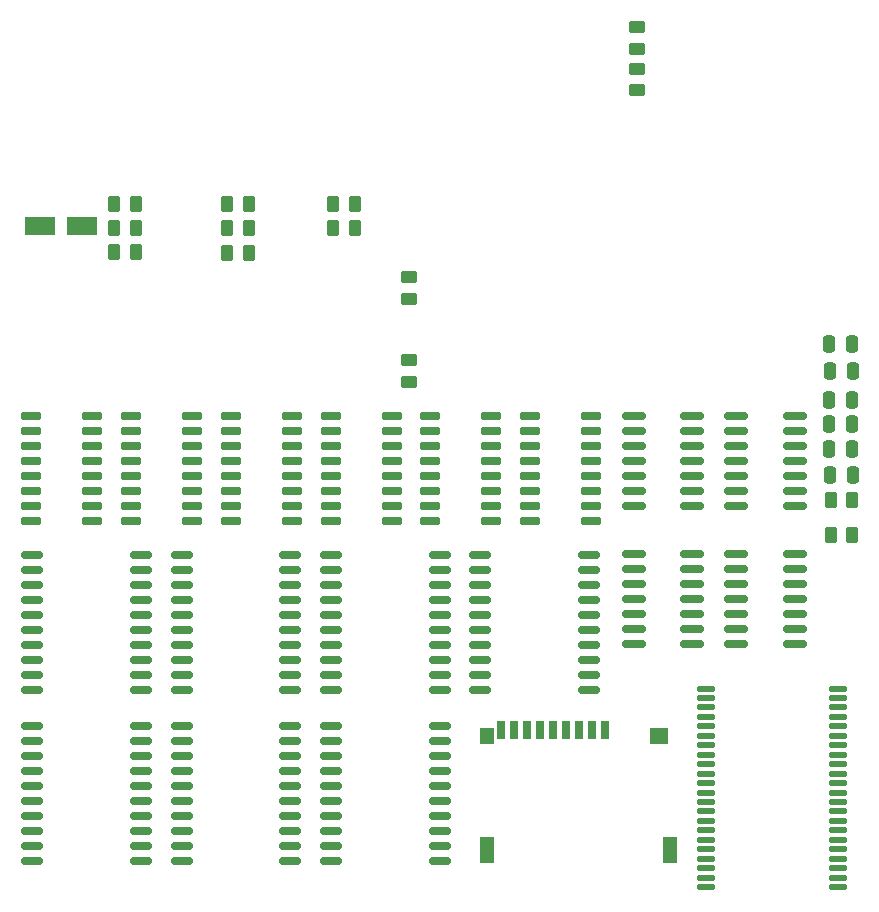
<source format=gbr>
%TF.GenerationSoftware,KiCad,Pcbnew,8.0.4+dfsg-1*%
%TF.CreationDate,2024-12-19T01:42:37-05:00*%
%TF.ProjectId,VGA_SRAM_COMP,5647415f-5352-4414-9d5f-434f4d502e6b,rev?*%
%TF.SameCoordinates,Original*%
%TF.FileFunction,Paste,Top*%
%TF.FilePolarity,Positive*%
%FSLAX46Y46*%
G04 Gerber Fmt 4.6, Leading zero omitted, Abs format (unit mm)*
G04 Created by KiCad (PCBNEW 8.0.4+dfsg-1) date 2024-12-19 01:42:37*
%MOMM*%
%LPD*%
G01*
G04 APERTURE LIST*
G04 Aperture macros list*
%AMRoundRect*
0 Rectangle with rounded corners*
0 $1 Rounding radius*
0 $2 $3 $4 $5 $6 $7 $8 $9 X,Y pos of 4 corners*
0 Add a 4 corners polygon primitive as box body*
4,1,4,$2,$3,$4,$5,$6,$7,$8,$9,$2,$3,0*
0 Add four circle primitives for the rounded corners*
1,1,$1+$1,$2,$3*
1,1,$1+$1,$4,$5*
1,1,$1+$1,$6,$7*
1,1,$1+$1,$8,$9*
0 Add four rect primitives between the rounded corners*
20,1,$1+$1,$2,$3,$4,$5,0*
20,1,$1+$1,$4,$5,$6,$7,0*
20,1,$1+$1,$6,$7,$8,$9,0*
20,1,$1+$1,$8,$9,$2,$3,0*%
G04 Aperture macros list end*
%ADD10RoundRect,0.150000X-0.800000X-0.150000X0.800000X-0.150000X0.800000X0.150000X-0.800000X0.150000X0*%
%ADD11RoundRect,0.150000X-0.825000X-0.150000X0.825000X-0.150000X0.825000X0.150000X-0.825000X0.150000X0*%
%ADD12RoundRect,0.150000X-0.725000X-0.150000X0.725000X-0.150000X0.725000X0.150000X-0.725000X0.150000X0*%
%ADD13RoundRect,0.137500X-0.625000X-0.137500X0.625000X-0.137500X0.625000X0.137500X-0.625000X0.137500X0*%
%ADD14RoundRect,0.250000X-0.262500X-0.450000X0.262500X-0.450000X0.262500X0.450000X-0.262500X0.450000X0*%
%ADD15RoundRect,0.250000X0.450000X-0.262500X0.450000X0.262500X-0.450000X0.262500X-0.450000X-0.262500X0*%
%ADD16RoundRect,0.250000X-0.450000X0.262500X-0.450000X-0.262500X0.450000X-0.262500X0.450000X0.262500X0*%
%ADD17R,0.700000X1.600000*%
%ADD18R,1.200000X2.200000*%
%ADD19R,1.600000X1.400000*%
%ADD20R,1.200000X1.400000*%
%ADD21RoundRect,0.250000X-1.050000X-0.550000X1.050000X-0.550000X1.050000X0.550000X-1.050000X0.550000X0*%
%ADD22RoundRect,0.250000X-0.250000X-0.475000X0.250000X-0.475000X0.250000X0.475000X-0.250000X0.475000X0*%
G04 APERTURE END LIST*
D10*
%TO.C,U20*%
X84875000Y-117200000D03*
X84875000Y-118470000D03*
X84875000Y-119740000D03*
X84875000Y-121010000D03*
X84875000Y-122280000D03*
X84875000Y-123550000D03*
X84875000Y-124820000D03*
X84875000Y-126090000D03*
X84875000Y-127360000D03*
X84875000Y-128630000D03*
X94075000Y-128630000D03*
X94075000Y-127360000D03*
X94075000Y-126090000D03*
X94075000Y-124820000D03*
X94075000Y-123550000D03*
X94075000Y-122280000D03*
X94075000Y-121010000D03*
X94075000Y-119740000D03*
X94075000Y-118470000D03*
X94075000Y-117200000D03*
%TD*%
D11*
%TO.C,U19*%
X119175000Y-102580000D03*
X119175000Y-103850000D03*
X119175000Y-105120000D03*
X119175000Y-106390000D03*
X119175000Y-107660000D03*
X119175000Y-108930000D03*
X119175000Y-110200000D03*
X124125000Y-110200000D03*
X124125000Y-108930000D03*
X124125000Y-107660000D03*
X124125000Y-106390000D03*
X124125000Y-105120000D03*
X124125000Y-103850000D03*
X124125000Y-102580000D03*
%TD*%
D10*
%TO.C,U18*%
X72225000Y-117200000D03*
X72225000Y-118470000D03*
X72225000Y-119740000D03*
X72225000Y-121010000D03*
X72225000Y-122280000D03*
X72225000Y-123550000D03*
X72225000Y-124820000D03*
X72225000Y-126090000D03*
X72225000Y-127360000D03*
X72225000Y-128630000D03*
X81425000Y-128630000D03*
X81425000Y-127360000D03*
X81425000Y-126090000D03*
X81425000Y-124820000D03*
X81425000Y-123550000D03*
X81425000Y-122280000D03*
X81425000Y-121010000D03*
X81425000Y-119740000D03*
X81425000Y-118470000D03*
X81425000Y-117200000D03*
%TD*%
D11*
%TO.C,U17*%
X119175000Y-90960000D03*
X119175000Y-92230000D03*
X119175000Y-93500000D03*
X119175000Y-94770000D03*
X119175000Y-96040000D03*
X119175000Y-97310000D03*
X119175000Y-98580000D03*
X124125000Y-98580000D03*
X124125000Y-97310000D03*
X124125000Y-96040000D03*
X124125000Y-94770000D03*
X124125000Y-93500000D03*
X124125000Y-92230000D03*
X124125000Y-90960000D03*
%TD*%
%TO.C,U16*%
X110525000Y-102580000D03*
X110525000Y-103850000D03*
X110525000Y-105120000D03*
X110525000Y-106390000D03*
X110525000Y-107660000D03*
X110525000Y-108930000D03*
X110525000Y-110200000D03*
X115475000Y-110200000D03*
X115475000Y-108930000D03*
X115475000Y-107660000D03*
X115475000Y-106390000D03*
X115475000Y-105120000D03*
X115475000Y-103850000D03*
X115475000Y-102580000D03*
%TD*%
%TO.C,U15*%
X110525000Y-90960000D03*
X110525000Y-92230000D03*
X110525000Y-93500000D03*
X110525000Y-94770000D03*
X110525000Y-96040000D03*
X110525000Y-97310000D03*
X110525000Y-98580000D03*
X115475000Y-98580000D03*
X115475000Y-97310000D03*
X115475000Y-96040000D03*
X115475000Y-94770000D03*
X115475000Y-93500000D03*
X115475000Y-92230000D03*
X115475000Y-90960000D03*
%TD*%
D10*
%TO.C,U14*%
X59575000Y-117200000D03*
X59575000Y-118470000D03*
X59575000Y-119740000D03*
X59575000Y-121010000D03*
X59575000Y-122280000D03*
X59575000Y-123550000D03*
X59575000Y-124820000D03*
X59575000Y-126090000D03*
X59575000Y-127360000D03*
X59575000Y-128630000D03*
X68775000Y-128630000D03*
X68775000Y-127360000D03*
X68775000Y-126090000D03*
X68775000Y-124820000D03*
X68775000Y-123550000D03*
X68775000Y-122280000D03*
X68775000Y-121010000D03*
X68775000Y-119740000D03*
X68775000Y-118470000D03*
X68775000Y-117200000D03*
%TD*%
%TO.C,U13*%
X97525000Y-102720000D03*
X97525000Y-103990000D03*
X97525000Y-105260000D03*
X97525000Y-106530000D03*
X97525000Y-107800000D03*
X97525000Y-109070000D03*
X97525000Y-110340000D03*
X97525000Y-111610000D03*
X97525000Y-112880000D03*
X97525000Y-114150000D03*
X106725000Y-114150000D03*
X106725000Y-112880000D03*
X106725000Y-111610000D03*
X106725000Y-110340000D03*
X106725000Y-109070000D03*
X106725000Y-107800000D03*
X106725000Y-106530000D03*
X106725000Y-105260000D03*
X106725000Y-103990000D03*
X106725000Y-102720000D03*
%TD*%
%TO.C,U12*%
X84875000Y-102720000D03*
X84875000Y-103990000D03*
X84875000Y-105260000D03*
X84875000Y-106530000D03*
X84875000Y-107800000D03*
X84875000Y-109070000D03*
X84875000Y-110340000D03*
X84875000Y-111610000D03*
X84875000Y-112880000D03*
X84875000Y-114150000D03*
X94075000Y-114150000D03*
X94075000Y-112880000D03*
X94075000Y-111610000D03*
X94075000Y-110340000D03*
X94075000Y-109070000D03*
X94075000Y-107800000D03*
X94075000Y-106530000D03*
X94075000Y-105260000D03*
X94075000Y-103990000D03*
X94075000Y-102720000D03*
%TD*%
%TO.C,U11*%
X72225000Y-102720000D03*
X72225000Y-103990000D03*
X72225000Y-105260000D03*
X72225000Y-106530000D03*
X72225000Y-107800000D03*
X72225000Y-109070000D03*
X72225000Y-110340000D03*
X72225000Y-111610000D03*
X72225000Y-112880000D03*
X72225000Y-114150000D03*
X81425000Y-114150000D03*
X81425000Y-112880000D03*
X81425000Y-111610000D03*
X81425000Y-110340000D03*
X81425000Y-109070000D03*
X81425000Y-107800000D03*
X81425000Y-106530000D03*
X81425000Y-105260000D03*
X81425000Y-103990000D03*
X81425000Y-102720000D03*
%TD*%
D12*
%TO.C,U10*%
X101750000Y-90960000D03*
X101750000Y-92230000D03*
X101750000Y-93500000D03*
X101750000Y-94770000D03*
X101750000Y-96040000D03*
X101750000Y-97310000D03*
X101750000Y-98580000D03*
X101750000Y-99850000D03*
X106900000Y-99850000D03*
X106900000Y-98580000D03*
X106900000Y-97310000D03*
X106900000Y-96040000D03*
X106900000Y-94770000D03*
X106900000Y-93500000D03*
X106900000Y-92230000D03*
X106900000Y-90960000D03*
%TD*%
%TO.C,U7*%
X93300000Y-90960000D03*
X93300000Y-92230000D03*
X93300000Y-93500000D03*
X93300000Y-94770000D03*
X93300000Y-96040000D03*
X93300000Y-97310000D03*
X93300000Y-98580000D03*
X93300000Y-99850000D03*
X98450000Y-99850000D03*
X98450000Y-98580000D03*
X98450000Y-97310000D03*
X98450000Y-96040000D03*
X98450000Y-94770000D03*
X98450000Y-93500000D03*
X98450000Y-92230000D03*
X98450000Y-90960000D03*
%TD*%
%TO.C,U6*%
X84850000Y-90960000D03*
X84850000Y-92230000D03*
X84850000Y-93500000D03*
X84850000Y-94770000D03*
X84850000Y-96040000D03*
X84850000Y-97310000D03*
X84850000Y-98580000D03*
X84850000Y-99850000D03*
X90000000Y-99850000D03*
X90000000Y-98580000D03*
X90000000Y-97310000D03*
X90000000Y-96040000D03*
X90000000Y-94770000D03*
X90000000Y-93500000D03*
X90000000Y-92230000D03*
X90000000Y-90960000D03*
%TD*%
%TO.C,U5*%
X76400000Y-90960000D03*
X76400000Y-92230000D03*
X76400000Y-93500000D03*
X76400000Y-94770000D03*
X76400000Y-96040000D03*
X76400000Y-97310000D03*
X76400000Y-98580000D03*
X76400000Y-99850000D03*
X81550000Y-99850000D03*
X81550000Y-98580000D03*
X81550000Y-97310000D03*
X81550000Y-96040000D03*
X81550000Y-94770000D03*
X81550000Y-93500000D03*
X81550000Y-92230000D03*
X81550000Y-90960000D03*
%TD*%
%TO.C,U4*%
X67950000Y-90960000D03*
X67950000Y-92230000D03*
X67950000Y-93500000D03*
X67950000Y-94770000D03*
X67950000Y-96040000D03*
X67950000Y-97310000D03*
X67950000Y-98580000D03*
X67950000Y-99850000D03*
X73100000Y-99850000D03*
X73100000Y-98580000D03*
X73100000Y-97310000D03*
X73100000Y-96040000D03*
X73100000Y-94770000D03*
X73100000Y-93500000D03*
X73100000Y-92230000D03*
X73100000Y-90960000D03*
%TD*%
%TO.C,U3*%
X59500000Y-90960000D03*
X59500000Y-92230000D03*
X59500000Y-93500000D03*
X59500000Y-94770000D03*
X59500000Y-96040000D03*
X59500000Y-97310000D03*
X59500000Y-98580000D03*
X59500000Y-99850000D03*
X64650000Y-99850000D03*
X64650000Y-98580000D03*
X64650000Y-97310000D03*
X64650000Y-96040000D03*
X64650000Y-94770000D03*
X64650000Y-93500000D03*
X64650000Y-92230000D03*
X64650000Y-90960000D03*
%TD*%
D10*
%TO.C,U2*%
X59575000Y-102720000D03*
X59575000Y-103990000D03*
X59575000Y-105260000D03*
X59575000Y-106530000D03*
X59575000Y-107800000D03*
X59575000Y-109070000D03*
X59575000Y-110340000D03*
X59575000Y-111610000D03*
X59575000Y-112880000D03*
X59575000Y-114150000D03*
X68775000Y-114150000D03*
X68775000Y-112880000D03*
X68775000Y-111610000D03*
X68775000Y-110340000D03*
X68775000Y-109070000D03*
X68775000Y-107800000D03*
X68775000Y-106530000D03*
X68775000Y-105260000D03*
X68775000Y-103990000D03*
X68775000Y-102720000D03*
%TD*%
D13*
%TO.C,U1*%
X116612500Y-114000000D03*
X116612500Y-114800000D03*
X116612500Y-115600000D03*
X116612500Y-116400000D03*
X116612500Y-117200000D03*
X116612500Y-118000000D03*
X116612500Y-118800000D03*
X116612500Y-119600000D03*
X116612500Y-120400000D03*
X116612500Y-121200000D03*
X116612500Y-122000000D03*
X116612500Y-122800000D03*
X116612500Y-123600000D03*
X116612500Y-124400000D03*
X116612500Y-125200000D03*
X116612500Y-126000000D03*
X116612500Y-126800000D03*
X116612500Y-127600000D03*
X116612500Y-128400000D03*
X116612500Y-129200000D03*
X116612500Y-130000000D03*
X116612500Y-130800000D03*
X127787500Y-130800000D03*
X127787500Y-130000000D03*
X127787500Y-129200000D03*
X127787500Y-128400000D03*
X127787500Y-127600000D03*
X127787500Y-126800000D03*
X127787500Y-126000000D03*
X127787500Y-125200000D03*
X127787500Y-124400000D03*
X127787500Y-123600000D03*
X127787500Y-122800000D03*
X127787500Y-122000000D03*
X127787500Y-121200000D03*
X127787500Y-120400000D03*
X127787500Y-119600000D03*
X127787500Y-118800000D03*
X127787500Y-118000000D03*
X127787500Y-117200000D03*
X127787500Y-116400000D03*
X127787500Y-115600000D03*
X127787500Y-114800000D03*
X127787500Y-114000000D03*
%TD*%
D14*
%TO.C,R14*%
X127175000Y-101000000D03*
X129000000Y-101000000D03*
%TD*%
%TO.C,R13*%
X127175000Y-98000000D03*
X129000000Y-98000000D03*
%TD*%
D15*
%TO.C,R12*%
X91500000Y-88000000D03*
X91500000Y-86175000D03*
%TD*%
%TO.C,R11*%
X91500000Y-81000000D03*
X91500000Y-79175000D03*
%TD*%
%TO.C,R10*%
X110750000Y-59837500D03*
X110750000Y-58012500D03*
%TD*%
D16*
%TO.C,R9*%
X110744000Y-61525000D03*
X110744000Y-63350000D03*
%TD*%
D14*
%TO.C,R8*%
X66500000Y-75000000D03*
X68325000Y-75000000D03*
%TD*%
%TO.C,R7*%
X66500000Y-77000000D03*
X68325000Y-77000000D03*
%TD*%
%TO.C,R6*%
X77912500Y-75000000D03*
X76087500Y-75000000D03*
%TD*%
%TO.C,R5*%
X77912500Y-77100000D03*
X76087500Y-77100000D03*
%TD*%
%TO.C,R4*%
X66500000Y-73000000D03*
X68325000Y-73000000D03*
%TD*%
%TO.C,R3*%
X77912500Y-73000000D03*
X76087500Y-73000000D03*
%TD*%
%TO.C,R2*%
X85087500Y-75000000D03*
X86912500Y-75000000D03*
%TD*%
%TO.C,R1*%
X85087500Y-73000000D03*
X86912500Y-73000000D03*
%TD*%
D17*
%TO.C,J4*%
X108062532Y-117537545D03*
X106962532Y-117537545D03*
X105862532Y-117537545D03*
X104762532Y-117537545D03*
X103662532Y-117537545D03*
X102562532Y-117537545D03*
X101462532Y-117537545D03*
X100362532Y-117537545D03*
X99262532Y-117537545D03*
D18*
X113562532Y-127637545D03*
D19*
X112662532Y-118037545D03*
D18*
X98062532Y-127637545D03*
D20*
X98062532Y-118037545D03*
%TD*%
D21*
%TO.C,C9*%
X60200000Y-74800000D03*
X63800000Y-74800000D03*
%TD*%
D22*
%TO.C,C8*%
X128966000Y-93726000D03*
X127066000Y-93726000D03*
%TD*%
%TO.C,C7*%
X128966000Y-91606000D03*
X127066000Y-91606000D03*
%TD*%
%TO.C,C5*%
X127066000Y-89536000D03*
X128966000Y-89536000D03*
%TD*%
%TO.C,C3*%
X127132000Y-87122000D03*
X129032000Y-87122000D03*
%TD*%
%TO.C,C2*%
X127066000Y-84836000D03*
X128966000Y-84836000D03*
%TD*%
%TO.C,C1*%
X127150000Y-95900000D03*
X129050000Y-95900000D03*
%TD*%
M02*

</source>
